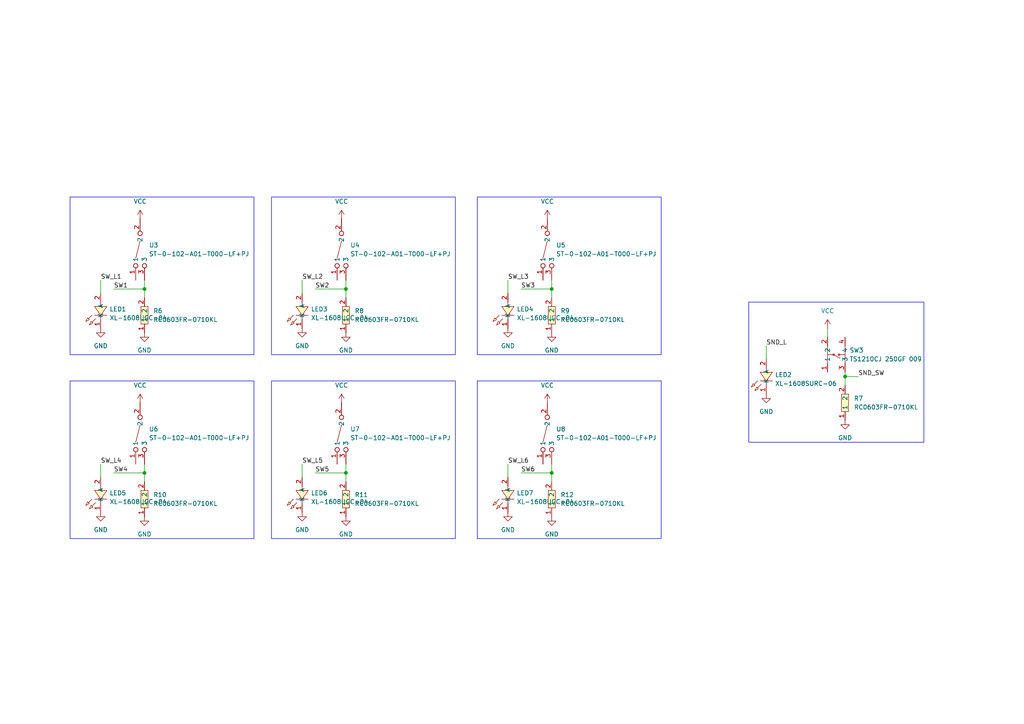
<source format=kicad_sch>
(kicad_sch (version 20250114) (generator "eeschema") (generator_version "9.0")
  (paper "A4")
  (lib_symbols
    (symbol "EasyEDA:RC0603FR-0710KL"
      (property "Reference" "R" (at 0 5.08 0))
      (property "Value" "RC0603FR-0710KL" (at 0 -5.08 0))
      (symbol "RC0603FR-0710KL_0_1"
        (rectangle (start -2.54 1.02) (end 2.54 -1.02) (fill (type background)))
        (pin input line (at -5.08 0 0) (length 2.54) (name "1") (number "1"))
        (pin input line (at 5.08 0 180) (length 2.54) (name "2") (number "2"))
      )
    )
    (symbol "EasyEDA:ST-0-102-A01-T000-LF+PJ"
      (property "Reference" "U" (at 0 5.08 0))
      (property "Value" "ST-0-102-A01-T000-LF+PJ" (at 0 -7.62 0))
      (symbol "ST-0-102-A01-T000-LF+PJ_0_1"
        (polyline (pts (xy -1.27 -1.27) (xy 3.81 -2.54)))
        (pin unspecified inverted (at -7.62 -1.27 0) (length 4.826) (name "2") (number "2"))
        (pin unspecified inverted (at 10.16 0 180) (length 4.826) (name "3") (number "3"))
        (pin unspecified inverted (at 10.16 -2.54 180) (length 4.826) (name "1") (number "1"))
      )
    )
    (symbol "EasyEDA:TS1210CJ250GF009"
      (property "Reference" "SW" (at 0 7.62 0))
      (property "Value" "TS1210CJ 250GF 009" (at 0 -7.62 0))
      (symbol "TS1210CJ250GF009_0_1"
        (polyline (pts (xy -2.54 -2.54) (xy 2.54 -2.54)))
        (polyline (pts (xy -1.02 -1.02) (xy 0 0.76)))
        (polyline (pts (xy 0 2.54) (xy 0 1.52)))
        (polyline (pts (xy 0 1.52) (xy 0 0.76)))
        (circle (center 0 0.76) (radius 0.25))
        (circle (center 0 -0.76) (radius 0.25))
        (polyline (pts (xy 0 -2.54) (xy 0 -0.76)))
        (polyline (pts (xy 2.54 2.54) (xy -2.54 2.54)))
        (pin unspecified line (at -5.08 2.54 0) (length 2.54) (name "1") (number "1"))
        (pin unspecified line (at -5.08 -2.54 0) (length 2.54) (name "3") (number "3"))
        (pin unspecified line (at 5.08 2.54 180) (length 2.54) (name "2") (number "2"))
        (pin unspecified line (at 5.08 -2.54 180) (length 2.54) (name "4") (number "4"))
      )
    )
    (symbol "EasyEDA:XL-1608SURC-06"
      (property "Reference" "LED" (at 0 5.08 0))
      (property "Value" "XL-1608SURC-06" (at 0 -5.08 0))
      (symbol "XL-1608SURC-06_0_1"
        (polyline (pts (xy -4.06 3.3) (xy -3.05 2.79) (xy -3.56 2.29) (xy -4.06 3.3)) (fill (type background)))
        (polyline (pts (xy -3.05 4.32) (xy -2.03 3.81) (xy -2.54 3.3) (xy -3.05 4.32)) (fill (type background)))
        (polyline (pts (xy -2.29 1.52) (xy -3.3 2.54) (xy -2.29 1.52)) (fill (type background)))
        (polyline (pts (xy -1.27 2.54) (xy -2.29 3.56) (xy -1.27 2.54)) (fill (type background)))
        (polyline (pts (xy -1.27 1.78) (xy -1.27 -1.78)))
        (polyline (pts (xy -1.27 0) (xy -2.54 0)))
        (polyline (pts (xy 1.27 1.78) (xy -1.27 0) (xy 1.27 -1.78) (xy 1.27 1.78)) (fill (type background)))
        (polyline (pts (xy 2.54 0) (xy 1.27 0)))
        (pin unspecified line (at -5.08 0 0) (length 2.54) (name "K") (number "1"))
        (pin unspecified line (at 5.08 0 180) (length 2.54) (name "A") (number "2"))
      )
    )
    (symbol "EasyEDA:XL-1608UGC-04"
      (property "Reference" "LED" (at 0 5.08 0))
      (property "Value" "XL-1608UGC-04" (at 0 -5.08 0))
      (symbol "XL-1608UGC-04_0_1"
        (polyline (pts (xy -4.06 3.3) (xy -3.05 2.79) (xy -3.56 2.29) (xy -4.06 3.3)) (fill (type background)))
        (polyline (pts (xy -3.05 4.32) (xy -2.03 3.81) (xy -2.54 3.3) (xy -3.05 4.32)) (fill (type background)))
        (polyline (pts (xy -2.29 1.52) (xy -3.3 2.54) (xy -2.29 1.52)) (fill (type background)))
        (polyline (pts (xy -1.27 2.54) (xy -2.29 3.56) (xy -1.27 2.54)) (fill (type background)))
        (polyline (pts (xy -1.27 1.78) (xy -1.27 -1.78)))
        (polyline (pts (xy -1.27 0) (xy -2.54 0)))
        (polyline (pts (xy 1.27 1.78) (xy -1.27 0) (xy 1.27 -1.78) (xy 1.27 1.78)) (fill (type background)))
        (polyline (pts (xy 2.54 0) (xy 1.27 0)))
        (pin unspecified line (at -5.08 0 0) (length 2.54) (name "K") (number "1"))
        (pin unspecified line (at 5.08 0 180) (length 2.54) (name "A") (number "2"))
      )
    )
    (symbol "power:GND" (power) (pin_numbers (hide yes)) (pin_names (offset 0) (hide yes))
      (property "Value" "GND" (at 0 -3.81 0))
      (symbol "GND_0_1"
        (polyline (pts (xy 0 0) (xy 0 -1.27) (xy 1.27 -1.27) (xy 0 -2.54) (xy -1.27 -1.27) (xy 0 -1.27)))
      )
      (symbol "GND_1_1"
        (pin power_in line (at 0 0 270) (length 0) (name "~") (number "1"))
      )
    )
    (symbol "power:VCC" (power) (pin_numbers (hide yes)) (pin_names (offset 0) (hide yes))
      (property "Value" "VCC" (at 0 3.556 0))
      (symbol "VCC_0_1"
        (polyline (pts (xy -0.762 1.27) (xy 0 2.54)))
        (polyline (pts (xy 0 2.54) (xy 0.762 1.27)))
        (polyline (pts (xy 0 0) (xy 0 2.54)))
      )
      (symbol "VCC_1_1"
        (pin power_in line (at 0 0 90) (length 0) (name "~") (number "1"))
      )
    )
  )
  (rectangle (start 78.74 57.15) (end 132.08 102.87))
  (rectangle (start 20.32 110.49) (end 73.66 156.21))
  (rectangle (start 138.43 110.49) (end 191.77 156.21))
  (rectangle (start 217.17 87.63) (end 267.97 128.27))
  (rectangle (start 78.74 110.49) (end 132.08 156.21))
  (rectangle (start 20.32 57.15) (end 73.66 102.87))
  (rectangle (start 138.43 57.15) (end 191.77 102.87))
  (junction (at 41.91 137.16))
  (junction (at 100.33 137.16))
  (junction (at 160.02 137.16))
  (junction (at 160.02 83.82))
  (junction (at 245.11 109.22))
  (junction (at 100.33 83.82))
  (junction (at 41.91 83.82))
  (wire (pts (xy 100.33 134.62) (xy 100.33 137.16)))
  (wire (pts (xy 160.02 81.28) (xy 160.02 83.82)))
  (wire (pts (xy 147.32 81.28) (xy 147.32 85.09)))
  (wire (pts (xy 160.02 134.62) (xy 160.02 137.16)))
  (wire (pts (xy 160.02 137.16) (xy 160.02 139.7)))
  (wire (pts (xy 147.32 134.62) (xy 147.32 138.43)))
  (wire (pts (xy 248.92 109.22) (xy 245.11 109.22)))
  (wire (pts (xy 151.13 83.82) (xy 160.02 83.82)))
  (wire (pts (xy 87.63 134.62) (xy 87.63 138.43)))
  (wire (pts (xy 33.02 137.16) (xy 41.91 137.16)))
  (wire (pts (xy 160.02 83.82) (xy 160.02 86.36)))
  (wire (pts (xy 41.91 83.82) (xy 41.91 86.36)))
  (wire (pts (xy 41.91 134.62) (xy 41.91 137.16)))
  (wire (pts (xy 41.91 81.28) (xy 41.91 83.82)))
  (wire (pts (xy 87.63 81.28) (xy 87.63 85.09)))
  (wire (pts (xy 240.03 95.25) (xy 240.03 97.79)))
  (wire (pts (xy 222.25 100.33) (xy 222.25 104.14)))
  (wire (pts (xy 100.33 81.28) (xy 100.33 83.82)))
  (wire (pts (xy 100.33 137.16) (xy 100.33 139.7)))
  (wire (pts (xy 245.11 109.22) (xy 245.11 111.76)))
  (wire (pts (xy 29.21 81.28) (xy 29.21 85.09)))
  (wire (pts (xy 41.91 137.16) (xy 41.91 139.7)))
  (wire (pts (xy 245.11 107.95) (xy 245.11 109.22)))
  (wire (pts (xy 91.44 83.82) (xy 100.33 83.82)))
  (wire (pts (xy 100.33 83.82) (xy 100.33 86.36)))
  (wire (pts (xy 91.44 137.16) (xy 100.33 137.16)))
  (wire (pts (xy 29.21 134.62) (xy 29.21 138.43)))
  (wire (pts (xy 33.02 83.82) (xy 41.91 83.82)))
  (wire (pts (xy 151.13 137.16) (xy 160.02 137.16)))
  (label "SW3" (at 151.13 83.82 0))
  (label "SND_SW" (at 248.92 109.22 0))
  (label "SW2" (at 91.44 83.82 0))
  (label "SW5" (at 91.44 137.16 0))
  (label "SND_L" (at 222.25 100.33 0))
  (label "SW_L1" (at 29.21 81.28 0))
  (label "SW_L6" (at 147.32 134.62 0))
  (label "SW_L3" (at 147.32 81.28 0))
  (label "SW_L2" (at 87.63 81.28 0))
  (label "SW4" (at 33.02 137.16 0))
  (label "SW_L4" (at 29.21 134.62 0))
  (label "SW6" (at 151.13 137.16 0))
  (label "SW1" (at 33.02 83.82 0))
  (label "SW_L5" (at 87.63 134.62 0))
  (symbol (lib_id "power:GND") (at 245.11 121.92 0) (unit 1)
    (property "Reference" "#PWR028" (effects (hide yes)))
    (property "Value" "GND" (at 245.11 127 0))
    (property "Description" "Power symbol creates a global label with name \"GND\" , ground" (effects (hide yes)))
  )
  (symbol (lib_id "EasyEDA:ST-0-102-A01-T000-LF+PJ") (at 41.91 71.12 270) (unit 1)
    (property "Reference" "U3" (at 43.18 71.1199 90) (effects (justify left)))
    (property "Value" "ST-0-102-A01-T000-LF+PJ" (at 43.18 73.6599 90) (effects (justify left)))
    (property "Footprint" "EasyEDA:SW-TH_3P-L8.3-W5.2-P2.54_ST-0-102-A01-T000" (effects (hide yes)))
    (property "LCSC Part" "C1788487" (effects (hide yes)))
  )
  (symbol (lib_id "power:GND") (at 87.63 95.25 0) (unit 1)
    (property "Reference" "#PWR029" (effects (hide yes)))
    (property "Value" "GND" (at 87.63 100.33 0))
    (property "Description" "Power symbol creates a global label with name \"GND\" , ground" (effects (hide yes)))
  )
  (symbol (lib_id "power:GND") (at 87.63 148.59 0) (unit 1)
    (property "Reference" "#PWR038" (effects (hide yes)))
    (property "Value" "GND" (at 87.63 153.67 0))
    (property "Description" "Power symbol creates a global label with name \"GND\" , ground" (effects (hide yes)))
  )
  (symbol (lib_id "EasyEDA:RC0603FR-0710KL") (at 160.02 91.44 90) (unit 1)
    (property "Reference" "R9" (at 162.56 90.1699 90) (effects (justify right)))
    (property "Value" "RC0603FR-0710KL" (at 162.56 92.7099 90) (effects (justify right)))
    (property "Footprint" "EasyEDA:R0603" (effects (hide yes)))
    (property "Datasheet" "https://lcsc.com/product-detail/Chip-Resistor-Surface-Mount_10KR-1_C98220.html" (effects (hide yes)))
    (property "LCSC Part" "C98220" (effects (hide yes)))
  )
  (symbol (lib_id "power:VCC") (at 99.06 63.5 0) (unit 1)
    (property "Reference" "#PWR030" (effects (hide yes)))
    (property "Value" "VCC" (at 99.06 58.42 0))
    (property "Description" "Power symbol creates a global label with name \"VCC\"" (effects (hide yes)))
  )
  (symbol (lib_id "EasyEDA:RC0603FR-0710KL") (at 245.11 116.84 90) (unit 1)
    (property "Reference" "R7" (at 247.65 115.5699 90) (effects (justify right)))
    (property "Value" "RC0603FR-0710KL" (at 247.65 118.1099 90) (effects (justify right)))
    (property "Footprint" "EasyEDA:R0603" (effects (hide yes)))
    (property "Datasheet" "https://lcsc.com/product-detail/Chip-Resistor-Surface-Mount_10KR-1_C98220.html" (effects (hide yes)))
    (property "LCSC Part" "C98220" (effects (hide yes)))
  )
  (symbol (lib_id "EasyEDA:XL-1608UGC-04") (at 87.63 143.51 90) (unit 1)
    (property "Reference" "LED6" (at 90.17 142.9999 90) (effects (justify right)))
    (property "Value" "XL-1608UGC-04" (at 90.17 145.5399 90) (effects (justify right)))
    (property "Footprint" "EasyEDA:LED0603-RD_GREEN" (effects (hide yes)))
    (property "LCSC Part" "C965804" (effects (hide yes)))
  )
  (symbol (lib_id "power:GND") (at 147.32 148.59 0) (unit 1)
    (property "Reference" "#PWR041" (effects (hide yes)))
    (property "Value" "GND" (at 147.32 153.67 0))
    (property "Description" "Power symbol creates a global label with name \"GND\" , ground" (effects (hide yes)))
  )
  (symbol (lib_id "EasyEDA:ST-0-102-A01-T000-LF+PJ") (at 160.02 71.12 270) (unit 1)
    (property "Reference" "U5" (at 161.29 71.1199 90) (effects (justify left)))
    (property "Value" "ST-0-102-A01-T000-LF+PJ" (at 161.29 73.6599 90) (effects (justify left)))
    (property "Footprint" "EasyEDA:SW-TH_3P-L8.3-W5.2-P2.54_ST-0-102-A01-T000" (effects (hide yes)))
    (property "LCSC Part" "C1788487" (effects (hide yes)))
  )
  (symbol (lib_id "EasyEDA:XL-1608UGC-04") (at 147.32 90.17 90) (unit 1)
    (property "Reference" "LED4" (at 149.86 89.6599 90) (effects (justify right)))
    (property "Value" "XL-1608UGC-04" (at 149.86 92.1999 90) (effects (justify right)))
    (property "Footprint" "EasyEDA:LED0603-RD_GREEN" (effects (hide yes)))
    (property "LCSC Part" "C965804" (effects (hide yes)))
  )
  (symbol (lib_id "EasyEDA:XL-1608UGC-04") (at 29.21 90.17 90) (unit 1)
    (property "Reference" "LED1" (at 31.75 89.6599 90) (effects (justify right)))
    (property "Value" "XL-1608UGC-04" (at 31.75 92.1999 90) (effects (justify right)))
    (property "Footprint" "EasyEDA:LED0603-RD_GREEN" (effects (hide yes)))
    (property "LCSC Part" "C965804" (effects (hide yes)))
  )
  (symbol (lib_id "EasyEDA:RC0603FR-0710KL") (at 41.91 91.44 90) (unit 1)
    (property "Reference" "R6" (at 44.45 90.1699 90) (effects (justify right)))
    (property "Value" "RC0603FR-0710KL" (at 44.45 92.7099 90) (effects (justify right)))
    (property "Footprint" "EasyEDA:R0603" (effects (hide yes)))
    (property "Datasheet" "https://lcsc.com/product-detail/Chip-Resistor-Surface-Mount_10KR-1_C98220.html" (effects (hide yes)))
    (property "LCSC Part" "C98220" (effects (hide yes)))
  )
  (symbol (lib_id "EasyEDA:ST-0-102-A01-T000-LF+PJ") (at 160.02 124.46 270) (unit 1)
    (property "Reference" "U8" (at 161.29 124.4599 90) (effects (justify left)))
    (property "Value" "ST-0-102-A01-T000-LF+PJ" (at 161.29 126.9999 90) (effects (justify left)))
    (property "Footprint" "EasyEDA:SW-TH_3P-L8.3-W5.2-P2.54_ST-0-102-A01-T000" (effects (hide yes)))
    (property "LCSC Part" "C1788487" (effects (hide yes)))
  )
  (symbol (lib_id "power:GND") (at 160.02 149.86 0) (unit 1)
    (property "Reference" "#PWR043" (effects (hide yes)))
    (property "Value" "GND" (at 160.02 154.94 0))
    (property "Description" "Power symbol creates a global label with name \"GND\" , ground" (effects (hide yes)))
  )
  (symbol (lib_id "power:GND") (at 160.02 96.52 0) (unit 1)
    (property "Reference" "#PWR034" (effects (hide yes)))
    (property "Value" "GND" (at 160.02 101.6 0))
    (property "Description" "Power symbol creates a global label with name \"GND\" , ground" (effects (hide yes)))
  )
  (symbol (lib_id "power:VCC") (at 240.03 95.25 0) (unit 1)
    (property "Reference" "#PWR027" (effects (hide yes)))
    (property "Value" "VCC" (at 240.03 90.17 0))
    (property "Description" "Power symbol creates a global label with name \"VCC\"" (effects (hide yes)))
  )
  (symbol (lib_id "EasyEDA:XL-1608UGC-04") (at 87.63 90.17 90) (unit 1)
    (property "Reference" "LED3" (at 90.17 89.6599 90) (effects (justify right)))
    (property "Value" "XL-1608UGC-04" (at 90.17 92.1999 90) (effects (justify right)))
    (property "Footprint" "EasyEDA:LED0603-RD_GREEN" (effects (hide yes)))
    (property "LCSC Part" "C965804" (effects (hide yes)))
  )
  (symbol (lib_id "EasyEDA:ST-0-102-A01-T000-LF+PJ") (at 100.33 124.46 270) (unit 1)
    (property "Reference" "U7" (at 101.6 124.4599 90) (effects (justify left)))
    (property "Value" "ST-0-102-A01-T000-LF+PJ" (at 101.6 126.9999 90) (effects (justify left)))
    (property "Footprint" "EasyEDA:SW-TH_3P-L8.3-W5.2-P2.54_ST-0-102-A01-T000" (effects (hide yes)))
    (property "LCSC Part" "C1788487" (effects (hide yes)))
  )
  (symbol (lib_id "power:VCC") (at 158.75 63.5 0) (unit 1)
    (property "Reference" "#PWR033" (effects (hide yes)))
    (property "Value" "VCC" (at 158.75 58.42 0))
    (property "Description" "Power symbol creates a global label with name \"VCC\"" (effects (hide yes)))
  )
  (symbol (lib_id "power:GND") (at 147.32 95.25 0) (unit 1)
    (property "Reference" "#PWR032" (effects (hide yes)))
    (property "Value" "GND" (at 147.32 100.33 0))
    (property "Description" "Power symbol creates a global label with name \"GND\" , ground" (effects (hide yes)))
  )
  (symbol (lib_id "EasyEDA:ST-0-102-A01-T000-LF+PJ") (at 100.33 71.12 270) (unit 1)
    (property "Reference" "U4" (at 101.6 71.1199 90) (effects (justify left)))
    (property "Value" "ST-0-102-A01-T000-LF+PJ" (at 101.6 73.6599 90) (effects (justify left)))
    (property "Footprint" "EasyEDA:SW-TH_3P-L8.3-W5.2-P2.54_ST-0-102-A01-T000" (effects (hide yes)))
    (property "LCSC Part" "C1788487" (effects (hide yes)))
  )
  (symbol (lib_id "power:GND") (at 100.33 149.86 0) (unit 1)
    (property "Reference" "#PWR040" (effects (hide yes)))
    (property "Value" "GND" (at 100.33 154.94 0))
    (property "Description" "Power symbol creates a global label with name \"GND\" , ground" (effects (hide yes)))
  )
  (symbol (lib_id "power:GND") (at 100.33 96.52 0) (unit 1)
    (property "Reference" "#PWR031" (effects (hide yes)))
    (property "Value" "GND" (at 100.33 101.6 0))
    (property "Description" "Power symbol creates a global label with name \"GND\" , ground" (effects (hide yes)))
  )
  (symbol (lib_id "power:GND") (at 41.91 96.52 0) (unit 1)
    (property "Reference" "#PWR024" (effects (hide yes)))
    (property "Value" "GND" (at 41.91 101.6 0))
    (property "Description" "Power symbol creates a global label with name \"GND\" , ground" (effects (hide yes)))
  )
  (symbol (lib_id "EasyEDA:XL-1608UGC-04") (at 29.21 143.51 90) (unit 1)
    (property "Reference" "LED5" (at 31.75 142.9999 90) (effects (justify right)))
    (property "Value" "XL-1608UGC-04" (at 31.75 145.5399 90) (effects (justify right)))
    (property "Footprint" "EasyEDA:LED0603-RD_GREEN" (effects (hide yes)))
    (property "LCSC Part" "C965804" (effects (hide yes)))
  )
  (symbol (lib_id "EasyEDA:ST-0-102-A01-T000-LF+PJ") (at 41.91 124.46 270) (unit 1)
    (property "Reference" "U6" (at 43.18 124.4599 90) (effects (justify left)))
    (property "Value" "ST-0-102-A01-T000-LF+PJ" (at 43.18 126.9999 90) (effects (justify left)))
    (property "Footprint" "EasyEDA:SW-TH_3P-L8.3-W5.2-P2.54_ST-0-102-A01-T000" (effects (hide yes)))
    (property "LCSC Part" "C1788487" (effects (hide yes)))
  )
  (symbol (lib_id "EasyEDA:XL-1608UGC-04") (at 147.32 143.51 90) (unit 1)
    (property "Reference" "LED7" (at 149.86 142.9999 90) (effects (justify right)))
    (property "Value" "XL-1608UGC-04" (at 149.86 145.5399 90) (effects (justify right)))
    (property "Footprint" "EasyEDA:LED0603-RD_GREEN" (effects (hide yes)))
    (property "LCSC Part" "C965804" (effects (hide yes)))
  )
  (symbol (lib_id "EasyEDA:XL-1608SURC-06") (at 222.25 109.22 90) (unit 1)
    (property "Reference" "LED2" (at 224.79 108.7099 90) (effects (justify right)))
    (property "Value" "XL-1608SURC-06" (at 224.79 111.2499 90) (effects (justify right)))
    (property "Footprint" "EasyEDA:LED0603-RD_RED" (effects (hide yes)))
    (property "LCSC Part" "C965799" (effects (hide yes)))
  )
  (symbol (lib_id "EasyEDA:RC0603FR-0710KL") (at 160.02 144.78 90) (unit 1)
    (property "Reference" "R12" (at 162.56 143.5099 90) (effects (justify right)))
    (property "Value" "RC0603FR-0710KL" (at 162.56 146.0499 90) (effects (justify right)))
    (property "Footprint" "EasyEDA:R0603" (effects (hide yes)))
    (property "Datasheet" "https://lcsc.com/product-detail/Chip-Resistor-Surface-Mount_10KR-1_C98220.html" (effects (hide yes)))
    (property "LCSC Part" "C98220" (effects (hide yes)))
  )
  (symbol (lib_id "EasyEDA:TS1210CJ250GF009") (at 242.57 102.87 90) (unit 1)
    (property "Reference" "SW3" (at 246.38 101.5999 90) (effects (justify right)))
    (property "Value" "TS1210CJ 250GF 009" (at 246.38 104.1399 90) (effects (justify right)))
    (property "Footprint" "EasyEDA:SW-TH_4P-L12.0-W12.0-P5.00-LS12.5_TC-1103XX" (effects (hide yes)))
    (property "LCSC Part" "C7507421" (effects (hide yes)))
  )
  (symbol (lib_id "EasyEDA:RC0603FR-0710KL") (at 100.33 144.78 90) (unit 1)
    (property "Reference" "R11" (at 102.87 143.5099 90) (effects (justify right)))
    (property "Value" "RC0603FR-0710KL" (at 102.87 146.0499 90) (effects (justify right)))
    (property "Footprint" "EasyEDA:R0603" (effects (hide yes)))
    (property "Datasheet" "https://lcsc.com/product-detail/Chip-Resistor-Surface-Mount_10KR-1_C98220.html" (effects (hide yes)))
    (property "LCSC Part" "C98220" (effects (hide yes)))
  )
  (symbol (lib_id "power:GND") (at 29.21 95.25 0) (unit 1)
    (property "Reference" "#PWR025" (effects (hide yes)))
    (property "Value" "GND" (at 29.21 100.33 0))
    (property "Description" "Power symbol creates a global label with name \"GND\" , ground" (effects (hide yes)))
  )
  (symbol (lib_id "power:VCC") (at 40.64 116.84 0) (unit 1)
    (property "Reference" "#PWR036" (effects (hide yes)))
    (property "Value" "VCC" (at 40.64 111.76 0))
    (property "Description" "Power symbol creates a global label with name \"VCC\"" (effects (hide yes)))
  )
  (symbol (lib_id "EasyEDA:RC0603FR-0710KL") (at 100.33 91.44 90) (unit 1)
    (property "Reference" "R8" (at 102.87 90.1699 90) (effects (justify right)))
    (property "Value" "RC0603FR-0710KL" (at 102.87 92.7099 90) (effects (justify right)))
    (property "Footprint" "EasyEDA:R0603" (effects (hide yes)))
    (property "Datasheet" "https://lcsc.com/product-detail/Chip-Resistor-Surface-Mount_10KR-1_C98220.html" (effects (hide yes)))
    (property "LCSC Part" "C98220" (effects (hide yes)))
  )
  (symbol (lib_id "power:VCC") (at 158.75 116.84 0) (unit 1)
    (property "Reference" "#PWR042" (effects (hide yes)))
    (property "Value" "VCC" (at 158.75 111.76 0))
    (property "Description" "Power symbol creates a global label with name \"VCC\"" (effects (hide yes)))
  )
  (symbol (lib_id "power:VCC") (at 99.06 116.84 0) (unit 1)
    (property "Reference" "#PWR039" (effects (hide yes)))
    (property "Value" "VCC" (at 99.06 111.76 0))
    (property "Description" "Power symbol creates a global label with name \"VCC\"" (effects (hide yes)))
  )
  (symbol (lib_id "power:GND") (at 29.21 148.59 0) (unit 1)
    (property "Reference" "#PWR035" (effects (hide yes)))
    (property "Value" "GND" (at 29.21 153.67 0))
    (property "Description" "Power symbol creates a global label with name \"GND\" , ground" (effects (hide yes)))
  )
  (symbol (lib_id "power:VCC") (at 40.64 63.5 0) (unit 1)
    (property "Reference" "#PWR018" (effects (hide yes)))
    (property "Value" "VCC" (at 40.64 58.42 0))
    (property "Description" "Power symbol creates a global label with name \"VCC\"" (effects (hide yes)))
  )
  (symbol (lib_id "EasyEDA:RC0603FR-0710KL") (at 41.91 144.78 90) (unit 1)
    (property "Reference" "R10" (at 44.45 143.5099 90) (effects (justify right)))
    (property "Value" "RC0603FR-0710KL" (at 44.45 146.0499 90) (effects (justify right)))
    (property "Footprint" "EasyEDA:R0603" (effects (hide yes)))
    (property "Datasheet" "https://lcsc.com/product-detail/Chip-Resistor-Surface-Mount_10KR-1_C98220.html" (effects (hide yes)))
    (property "LCSC Part" "C98220" (effects (hide yes)))
  )
  (symbol (lib_id "power:GND") (at 222.25 114.3 0) (unit 1)
    (property "Reference" "#PWR026" (effects (hide yes)))
    (property "Value" "GND" (at 222.25 119.38 0))
    (property "Description" "Power symbol creates a global label with name \"GND\" , ground" (effects (hide yes)))
  )
  (symbol (lib_id "power:GND") (at 41.91 149.86 0) (unit 1)
    (property "Reference" "#PWR037" (effects (hide yes)))
    (property "Value" "GND" (at 41.91 154.94 0))
    (property "Description" "Power symbol creates a global label with name \"GND\" , ground" (effects (hide yes)))
  )
)
</source>
